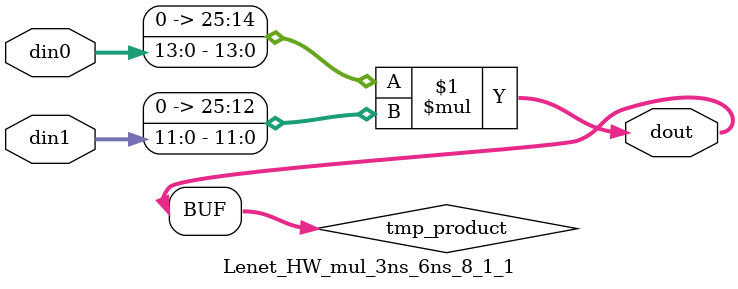
<source format=v>

`timescale 1 ns / 1 ps

  module Lenet_HW_mul_3ns_6ns_8_1_1(din0, din1, dout);
parameter ID = 1;
parameter NUM_STAGE = 0;
parameter din0_WIDTH = 14;
parameter din1_WIDTH = 12;
parameter dout_WIDTH = 26;

input [din0_WIDTH - 1 : 0] din0; 
input [din1_WIDTH - 1 : 0] din1; 
output [dout_WIDTH - 1 : 0] dout;

wire signed [dout_WIDTH - 1 : 0] tmp_product;










assign tmp_product = $signed({1'b0, din0}) * $signed({1'b0, din1});











assign dout = tmp_product;







endmodule

</source>
